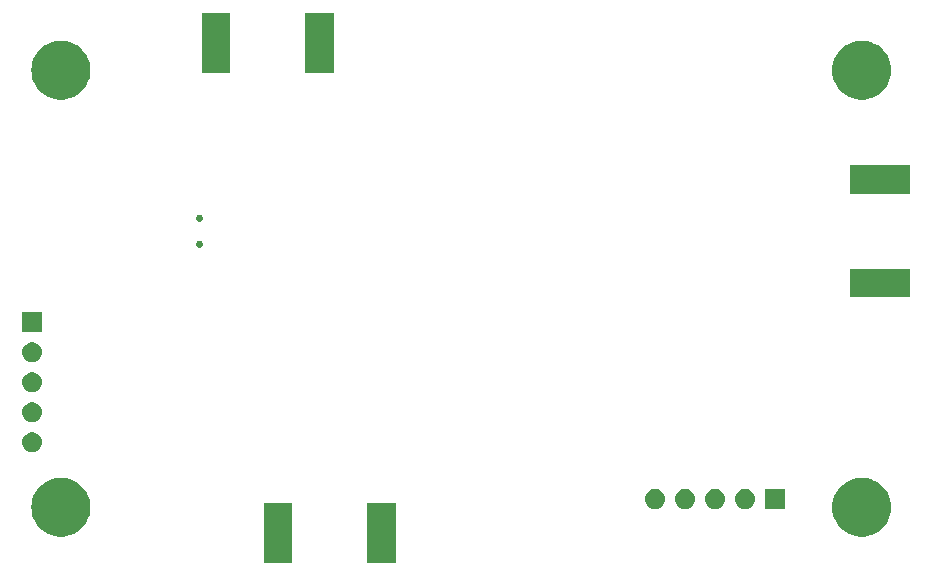
<source format=gbs>
%TF.GenerationSoftware,KiCad,Pcbnew,7.0.10*%
%TF.CreationDate,2024-04-01T00:34:45-05:00*%
%TF.ProjectId,Radar2_ExtFilter,52616461-7232-45f4-9578-7446696c7465,rev?*%
%TF.SameCoordinates,Original*%
%TF.FileFunction,Soldermask,Bot*%
%TF.FilePolarity,Negative*%
%FSLAX46Y46*%
G04 Gerber Fmt 4.6, Leading zero omitted, Abs format (unit mm)*
G04 Created by KiCad (PCBNEW 7.0.10) date 2024-04-01 00:34:45*
%MOMM*%
%LPD*%
G01*
G04 APERTURE LIST*
G04 APERTURE END LIST*
G36*
X124580000Y-88740000D02*
G01*
X122160000Y-88740000D01*
X122160000Y-83660000D01*
X124580000Y-83660000D01*
X124580000Y-88740000D01*
G37*
G36*
X133340000Y-88740000D02*
G01*
X130920000Y-88740000D01*
X130920000Y-83660000D01*
X133340000Y-83660000D01*
X133340000Y-88740000D01*
G37*
G36*
X105468453Y-81544282D02*
G01*
X105772542Y-81622359D01*
X106064448Y-81737932D01*
X106339567Y-81889180D01*
X106593560Y-82073717D01*
X106822422Y-82288632D01*
X107022542Y-82530537D01*
X107190767Y-82795616D01*
X107324441Y-83079689D01*
X107421458Y-83378275D01*
X107480287Y-83686667D01*
X107500000Y-84000000D01*
X107480287Y-84313333D01*
X107421458Y-84621725D01*
X107324441Y-84920311D01*
X107190767Y-85204384D01*
X107022542Y-85469463D01*
X106822422Y-85711368D01*
X106593560Y-85926283D01*
X106339567Y-86110820D01*
X106064448Y-86262068D01*
X105772542Y-86377641D01*
X105468453Y-86455718D01*
X105156976Y-86495067D01*
X104843024Y-86495067D01*
X104531547Y-86455718D01*
X104227458Y-86377641D01*
X103935552Y-86262068D01*
X103660433Y-86110820D01*
X103406440Y-85926283D01*
X103177578Y-85711368D01*
X102977458Y-85469463D01*
X102809233Y-85204384D01*
X102675559Y-84920311D01*
X102578542Y-84621725D01*
X102519713Y-84313333D01*
X102500000Y-84000000D01*
X102519713Y-83686667D01*
X102578542Y-83378275D01*
X102675559Y-83079689D01*
X102809233Y-82795616D01*
X102977458Y-82530537D01*
X103177578Y-82288632D01*
X103406440Y-82073717D01*
X103660433Y-81889180D01*
X103935552Y-81737932D01*
X104227458Y-81622359D01*
X104531547Y-81544282D01*
X104843024Y-81504933D01*
X105156976Y-81504933D01*
X105468453Y-81544282D01*
G37*
G36*
X173268453Y-81544282D02*
G01*
X173572542Y-81622359D01*
X173864448Y-81737932D01*
X174139567Y-81889180D01*
X174393560Y-82073717D01*
X174622422Y-82288632D01*
X174822542Y-82530537D01*
X174990767Y-82795616D01*
X175124441Y-83079689D01*
X175221458Y-83378275D01*
X175280287Y-83686667D01*
X175300000Y-84000000D01*
X175280287Y-84313333D01*
X175221458Y-84621725D01*
X175124441Y-84920311D01*
X174990767Y-85204384D01*
X174822542Y-85469463D01*
X174622422Y-85711368D01*
X174393560Y-85926283D01*
X174139567Y-86110820D01*
X173864448Y-86262068D01*
X173572542Y-86377641D01*
X173268453Y-86455718D01*
X172956976Y-86495067D01*
X172643024Y-86495067D01*
X172331547Y-86455718D01*
X172027458Y-86377641D01*
X171735552Y-86262068D01*
X171460433Y-86110820D01*
X171206440Y-85926283D01*
X170977578Y-85711368D01*
X170777458Y-85469463D01*
X170609233Y-85204384D01*
X170475559Y-84920311D01*
X170378542Y-84621725D01*
X170319713Y-84313333D01*
X170300000Y-84000000D01*
X170319713Y-83686667D01*
X170378542Y-83378275D01*
X170475559Y-83079689D01*
X170609233Y-82795616D01*
X170777458Y-82530537D01*
X170977578Y-82288632D01*
X171206440Y-82073717D01*
X171460433Y-81889180D01*
X171735552Y-81737932D01*
X172027458Y-81622359D01*
X172331547Y-81544282D01*
X172643024Y-81504933D01*
X172956976Y-81504933D01*
X173268453Y-81544282D01*
G37*
G36*
X166293464Y-84150000D02*
G01*
X164593464Y-84150000D01*
X164593464Y-82450000D01*
X166293464Y-82450000D01*
X166293464Y-84150000D01*
G37*
G36*
X155546128Y-82491602D02*
G01*
X155708464Y-82563878D01*
X155852225Y-82668327D01*
X155971128Y-82800383D01*
X156059978Y-82954274D01*
X156114889Y-83123275D01*
X156133464Y-83300000D01*
X156114889Y-83476725D01*
X156059978Y-83645726D01*
X155971128Y-83799617D01*
X155852225Y-83931673D01*
X155708464Y-84036122D01*
X155546128Y-84108398D01*
X155372313Y-84145344D01*
X155194615Y-84145344D01*
X155020800Y-84108398D01*
X154858464Y-84036122D01*
X154714703Y-83931673D01*
X154595800Y-83799617D01*
X154506950Y-83645726D01*
X154452039Y-83476725D01*
X154433464Y-83300000D01*
X154452039Y-83123275D01*
X154506950Y-82954274D01*
X154595800Y-82800383D01*
X154714703Y-82668327D01*
X154858464Y-82563878D01*
X155020800Y-82491602D01*
X155194615Y-82454656D01*
X155372313Y-82454656D01*
X155546128Y-82491602D01*
G37*
G36*
X158086128Y-82491602D02*
G01*
X158248464Y-82563878D01*
X158392225Y-82668327D01*
X158511128Y-82800383D01*
X158599978Y-82954274D01*
X158654889Y-83123275D01*
X158673464Y-83300000D01*
X158654889Y-83476725D01*
X158599978Y-83645726D01*
X158511128Y-83799617D01*
X158392225Y-83931673D01*
X158248464Y-84036122D01*
X158086128Y-84108398D01*
X157912313Y-84145344D01*
X157734615Y-84145344D01*
X157560800Y-84108398D01*
X157398464Y-84036122D01*
X157254703Y-83931673D01*
X157135800Y-83799617D01*
X157046950Y-83645726D01*
X156992039Y-83476725D01*
X156973464Y-83300000D01*
X156992039Y-83123275D01*
X157046950Y-82954274D01*
X157135800Y-82800383D01*
X157254703Y-82668327D01*
X157398464Y-82563878D01*
X157560800Y-82491602D01*
X157734615Y-82454656D01*
X157912313Y-82454656D01*
X158086128Y-82491602D01*
G37*
G36*
X160626128Y-82491602D02*
G01*
X160788464Y-82563878D01*
X160932225Y-82668327D01*
X161051128Y-82800383D01*
X161139978Y-82954274D01*
X161194889Y-83123275D01*
X161213464Y-83300000D01*
X161194889Y-83476725D01*
X161139978Y-83645726D01*
X161051128Y-83799617D01*
X160932225Y-83931673D01*
X160788464Y-84036122D01*
X160626128Y-84108398D01*
X160452313Y-84145344D01*
X160274615Y-84145344D01*
X160100800Y-84108398D01*
X159938464Y-84036122D01*
X159794703Y-83931673D01*
X159675800Y-83799617D01*
X159586950Y-83645726D01*
X159532039Y-83476725D01*
X159513464Y-83300000D01*
X159532039Y-83123275D01*
X159586950Y-82954274D01*
X159675800Y-82800383D01*
X159794703Y-82668327D01*
X159938464Y-82563878D01*
X160100800Y-82491602D01*
X160274615Y-82454656D01*
X160452313Y-82454656D01*
X160626128Y-82491602D01*
G37*
G36*
X163166128Y-82491602D02*
G01*
X163328464Y-82563878D01*
X163472225Y-82668327D01*
X163591128Y-82800383D01*
X163679978Y-82954274D01*
X163734889Y-83123275D01*
X163753464Y-83300000D01*
X163734889Y-83476725D01*
X163679978Y-83645726D01*
X163591128Y-83799617D01*
X163472225Y-83931673D01*
X163328464Y-84036122D01*
X163166128Y-84108398D01*
X162992313Y-84145344D01*
X162814615Y-84145344D01*
X162640800Y-84108398D01*
X162478464Y-84036122D01*
X162334703Y-83931673D01*
X162215800Y-83799617D01*
X162126950Y-83645726D01*
X162072039Y-83476725D01*
X162053464Y-83300000D01*
X162072039Y-83123275D01*
X162126950Y-82954274D01*
X162215800Y-82800383D01*
X162334703Y-82668327D01*
X162478464Y-82563878D01*
X162640800Y-82491602D01*
X162814615Y-82454656D01*
X162992313Y-82454656D01*
X163166128Y-82491602D01*
G37*
G36*
X102832664Y-77691602D02*
G01*
X102995000Y-77763878D01*
X103138761Y-77868327D01*
X103257664Y-78000383D01*
X103346514Y-78154274D01*
X103401425Y-78323275D01*
X103420000Y-78500000D01*
X103401425Y-78676725D01*
X103346514Y-78845726D01*
X103257664Y-78999617D01*
X103138761Y-79131673D01*
X102995000Y-79236122D01*
X102832664Y-79308398D01*
X102658849Y-79345344D01*
X102481151Y-79345344D01*
X102307336Y-79308398D01*
X102145000Y-79236122D01*
X102001239Y-79131673D01*
X101882336Y-78999617D01*
X101793486Y-78845726D01*
X101738575Y-78676725D01*
X101720000Y-78500000D01*
X101738575Y-78323275D01*
X101793486Y-78154274D01*
X101882336Y-78000383D01*
X102001239Y-77868327D01*
X102145000Y-77763878D01*
X102307336Y-77691602D01*
X102481151Y-77654656D01*
X102658849Y-77654656D01*
X102832664Y-77691602D01*
G37*
G36*
X102832664Y-75151602D02*
G01*
X102995000Y-75223878D01*
X103138761Y-75328327D01*
X103257664Y-75460383D01*
X103346514Y-75614274D01*
X103401425Y-75783275D01*
X103420000Y-75960000D01*
X103401425Y-76136725D01*
X103346514Y-76305726D01*
X103257664Y-76459617D01*
X103138761Y-76591673D01*
X102995000Y-76696122D01*
X102832664Y-76768398D01*
X102658849Y-76805344D01*
X102481151Y-76805344D01*
X102307336Y-76768398D01*
X102145000Y-76696122D01*
X102001239Y-76591673D01*
X101882336Y-76459617D01*
X101793486Y-76305726D01*
X101738575Y-76136725D01*
X101720000Y-75960000D01*
X101738575Y-75783275D01*
X101793486Y-75614274D01*
X101882336Y-75460383D01*
X102001239Y-75328327D01*
X102145000Y-75223878D01*
X102307336Y-75151602D01*
X102481151Y-75114656D01*
X102658849Y-75114656D01*
X102832664Y-75151602D01*
G37*
G36*
X102832664Y-72611602D02*
G01*
X102995000Y-72683878D01*
X103138761Y-72788327D01*
X103257664Y-72920383D01*
X103346514Y-73074274D01*
X103401425Y-73243275D01*
X103420000Y-73420000D01*
X103401425Y-73596725D01*
X103346514Y-73765726D01*
X103257664Y-73919617D01*
X103138761Y-74051673D01*
X102995000Y-74156122D01*
X102832664Y-74228398D01*
X102658849Y-74265344D01*
X102481151Y-74265344D01*
X102307336Y-74228398D01*
X102145000Y-74156122D01*
X102001239Y-74051673D01*
X101882336Y-73919617D01*
X101793486Y-73765726D01*
X101738575Y-73596725D01*
X101720000Y-73420000D01*
X101738575Y-73243275D01*
X101793486Y-73074274D01*
X101882336Y-72920383D01*
X102001239Y-72788327D01*
X102145000Y-72683878D01*
X102307336Y-72611602D01*
X102481151Y-72574656D01*
X102658849Y-72574656D01*
X102832664Y-72611602D01*
G37*
G36*
X102832664Y-70071602D02*
G01*
X102995000Y-70143878D01*
X103138761Y-70248327D01*
X103257664Y-70380383D01*
X103346514Y-70534274D01*
X103401425Y-70703275D01*
X103420000Y-70880000D01*
X103401425Y-71056725D01*
X103346514Y-71225726D01*
X103257664Y-71379617D01*
X103138761Y-71511673D01*
X102995000Y-71616122D01*
X102832664Y-71688398D01*
X102658849Y-71725344D01*
X102481151Y-71725344D01*
X102307336Y-71688398D01*
X102145000Y-71616122D01*
X102001239Y-71511673D01*
X101882336Y-71379617D01*
X101793486Y-71225726D01*
X101738575Y-71056725D01*
X101720000Y-70880000D01*
X101738575Y-70703275D01*
X101793486Y-70534274D01*
X101882336Y-70380383D01*
X102001239Y-70248327D01*
X102145000Y-70143878D01*
X102307336Y-70071602D01*
X102481151Y-70034656D01*
X102658849Y-70034656D01*
X102832664Y-70071602D01*
G37*
G36*
X103420000Y-69190000D02*
G01*
X101720000Y-69190000D01*
X101720000Y-67490000D01*
X103420000Y-67490000D01*
X103420000Y-69190000D01*
G37*
G36*
X176900000Y-66220000D02*
G01*
X171820000Y-66220000D01*
X171820000Y-63800000D01*
X176900000Y-63800000D01*
X176900000Y-66220000D01*
G37*
G36*
X116750288Y-61434634D02*
G01*
X116777963Y-61434634D01*
X116799282Y-61442393D01*
X116819054Y-61445525D01*
X116846977Y-61459753D01*
X116877500Y-61470862D01*
X116890980Y-61482173D01*
X116903905Y-61488759D01*
X116930377Y-61515231D01*
X116958644Y-61538950D01*
X116964856Y-61549710D01*
X116971240Y-61556094D01*
X116991511Y-61595879D01*
X117011606Y-61630684D01*
X117012855Y-61637767D01*
X117014474Y-61640945D01*
X117023812Y-61699910D01*
X117030000Y-61735000D01*
X117023812Y-61770092D01*
X117014474Y-61829054D01*
X117012855Y-61832230D01*
X117011606Y-61839316D01*
X116991507Y-61874128D01*
X116971240Y-61913905D01*
X116964857Y-61920287D01*
X116958644Y-61931050D01*
X116930371Y-61954773D01*
X116903905Y-61981240D01*
X116890983Y-61987823D01*
X116877500Y-61999138D01*
X116846971Y-62010249D01*
X116819054Y-62024474D01*
X116799287Y-62027604D01*
X116777963Y-62035366D01*
X116750281Y-62035366D01*
X116725000Y-62039370D01*
X116699718Y-62035366D01*
X116672037Y-62035366D01*
X116650712Y-62027604D01*
X116630945Y-62024474D01*
X116603025Y-62010248D01*
X116572500Y-61999138D01*
X116559017Y-61987824D01*
X116546094Y-61981240D01*
X116519622Y-61954768D01*
X116491356Y-61931050D01*
X116485143Y-61920289D01*
X116478759Y-61913905D01*
X116458484Y-61874113D01*
X116438394Y-61839316D01*
X116437145Y-61832233D01*
X116435525Y-61829054D01*
X116426178Y-61770036D01*
X116420000Y-61735000D01*
X116426177Y-61699966D01*
X116435525Y-61640945D01*
X116437145Y-61637764D01*
X116438394Y-61630684D01*
X116458479Y-61595894D01*
X116478759Y-61556094D01*
X116485144Y-61549708D01*
X116491356Y-61538950D01*
X116519615Y-61515237D01*
X116546094Y-61488759D01*
X116559020Y-61482172D01*
X116572500Y-61470862D01*
X116603018Y-61459754D01*
X116630945Y-61445525D01*
X116650717Y-61442393D01*
X116672037Y-61434634D01*
X116699712Y-61434634D01*
X116725000Y-61430629D01*
X116750288Y-61434634D01*
G37*
G36*
X116750288Y-59224634D02*
G01*
X116777963Y-59224634D01*
X116799282Y-59232393D01*
X116819054Y-59235525D01*
X116846977Y-59249753D01*
X116877500Y-59260862D01*
X116890980Y-59272173D01*
X116903905Y-59278759D01*
X116930377Y-59305231D01*
X116958644Y-59328950D01*
X116964856Y-59339710D01*
X116971240Y-59346094D01*
X116991511Y-59385879D01*
X117011606Y-59420684D01*
X117012855Y-59427767D01*
X117014474Y-59430945D01*
X117023812Y-59489910D01*
X117030000Y-59525000D01*
X117023812Y-59560092D01*
X117014474Y-59619054D01*
X117012855Y-59622230D01*
X117011606Y-59629316D01*
X116991507Y-59664128D01*
X116971240Y-59703905D01*
X116964857Y-59710287D01*
X116958644Y-59721050D01*
X116930371Y-59744773D01*
X116903905Y-59771240D01*
X116890983Y-59777823D01*
X116877500Y-59789138D01*
X116846971Y-59800249D01*
X116819054Y-59814474D01*
X116799287Y-59817604D01*
X116777963Y-59825366D01*
X116750281Y-59825366D01*
X116725000Y-59829370D01*
X116699718Y-59825366D01*
X116672037Y-59825366D01*
X116650712Y-59817604D01*
X116630945Y-59814474D01*
X116603025Y-59800248D01*
X116572500Y-59789138D01*
X116559017Y-59777824D01*
X116546094Y-59771240D01*
X116519622Y-59744768D01*
X116491356Y-59721050D01*
X116485143Y-59710289D01*
X116478759Y-59703905D01*
X116458484Y-59664113D01*
X116438394Y-59629316D01*
X116437145Y-59622233D01*
X116435525Y-59619054D01*
X116426178Y-59560036D01*
X116420000Y-59525000D01*
X116426177Y-59489966D01*
X116435525Y-59430945D01*
X116437145Y-59427764D01*
X116438394Y-59420684D01*
X116458479Y-59385894D01*
X116478759Y-59346094D01*
X116485144Y-59339708D01*
X116491356Y-59328950D01*
X116519615Y-59305237D01*
X116546094Y-59278759D01*
X116559020Y-59272172D01*
X116572500Y-59260862D01*
X116603018Y-59249754D01*
X116630945Y-59235525D01*
X116650717Y-59232393D01*
X116672037Y-59224634D01*
X116699712Y-59224634D01*
X116725000Y-59220629D01*
X116750288Y-59224634D01*
G37*
G36*
X176900000Y-57460000D02*
G01*
X171820000Y-57460000D01*
X171820000Y-55040000D01*
X176900000Y-55040000D01*
X176900000Y-57460000D01*
G37*
G36*
X105468453Y-44544282D02*
G01*
X105772542Y-44622359D01*
X106064448Y-44737932D01*
X106339567Y-44889180D01*
X106593560Y-45073717D01*
X106822422Y-45288632D01*
X107022542Y-45530537D01*
X107190767Y-45795616D01*
X107324441Y-46079689D01*
X107421458Y-46378275D01*
X107480287Y-46686667D01*
X107500000Y-47000000D01*
X107480287Y-47313333D01*
X107421458Y-47621725D01*
X107324441Y-47920311D01*
X107190767Y-48204384D01*
X107022542Y-48469463D01*
X106822422Y-48711368D01*
X106593560Y-48926283D01*
X106339567Y-49110820D01*
X106064448Y-49262068D01*
X105772542Y-49377641D01*
X105468453Y-49455718D01*
X105156976Y-49495067D01*
X104843024Y-49495067D01*
X104531547Y-49455718D01*
X104227458Y-49377641D01*
X103935552Y-49262068D01*
X103660433Y-49110820D01*
X103406440Y-48926283D01*
X103177578Y-48711368D01*
X102977458Y-48469463D01*
X102809233Y-48204384D01*
X102675559Y-47920311D01*
X102578542Y-47621725D01*
X102519713Y-47313333D01*
X102500000Y-47000000D01*
X102519713Y-46686667D01*
X102578542Y-46378275D01*
X102675559Y-46079689D01*
X102809233Y-45795616D01*
X102977458Y-45530537D01*
X103177578Y-45288632D01*
X103406440Y-45073717D01*
X103660433Y-44889180D01*
X103935552Y-44737932D01*
X104227458Y-44622359D01*
X104531547Y-44544282D01*
X104843024Y-44504933D01*
X105156976Y-44504933D01*
X105468453Y-44544282D01*
G37*
G36*
X173268453Y-44544282D02*
G01*
X173572542Y-44622359D01*
X173864448Y-44737932D01*
X174139567Y-44889180D01*
X174393560Y-45073717D01*
X174622422Y-45288632D01*
X174822542Y-45530537D01*
X174990767Y-45795616D01*
X175124441Y-46079689D01*
X175221458Y-46378275D01*
X175280287Y-46686667D01*
X175300000Y-47000000D01*
X175280287Y-47313333D01*
X175221458Y-47621725D01*
X175124441Y-47920311D01*
X174990767Y-48204384D01*
X174822542Y-48469463D01*
X174622422Y-48711368D01*
X174393560Y-48926283D01*
X174139567Y-49110820D01*
X173864448Y-49262068D01*
X173572542Y-49377641D01*
X173268453Y-49455718D01*
X172956976Y-49495067D01*
X172643024Y-49495067D01*
X172331547Y-49455718D01*
X172027458Y-49377641D01*
X171735552Y-49262068D01*
X171460433Y-49110820D01*
X171206440Y-48926283D01*
X170977578Y-48711368D01*
X170777458Y-48469463D01*
X170609233Y-48204384D01*
X170475559Y-47920311D01*
X170378542Y-47621725D01*
X170319713Y-47313333D01*
X170300000Y-47000000D01*
X170319713Y-46686667D01*
X170378542Y-46378275D01*
X170475559Y-46079689D01*
X170609233Y-45795616D01*
X170777458Y-45530537D01*
X170977578Y-45288632D01*
X171206440Y-45073717D01*
X171460433Y-44889180D01*
X171735552Y-44737932D01*
X172027458Y-44622359D01*
X172331547Y-44544282D01*
X172643024Y-44504933D01*
X172956976Y-44504933D01*
X173268453Y-44544282D01*
G37*
G36*
X119330000Y-47240000D02*
G01*
X116910000Y-47240000D01*
X116910000Y-42160000D01*
X119330000Y-42160000D01*
X119330000Y-47240000D01*
G37*
G36*
X128090000Y-47240000D02*
G01*
X125670000Y-47240000D01*
X125670000Y-42160000D01*
X128090000Y-42160000D01*
X128090000Y-47240000D01*
G37*
M02*

</source>
